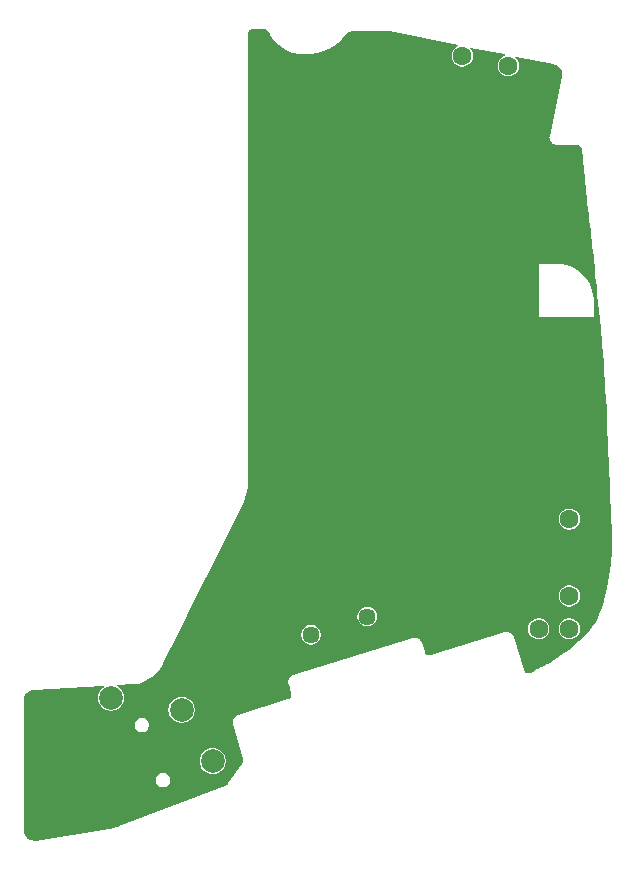
<source format=gbr>
%TF.GenerationSoftware,KiCad,Pcbnew,9.0.3*%
%TF.CreationDate,2025-07-19T19:29:57+01:00*%
%TF.ProjectId,GhostPAW,47686f73-7450-4415-972e-6b696361645f,rev?*%
%TF.SameCoordinates,Original*%
%TF.FileFunction,Copper,L2,Inr*%
%TF.FilePolarity,Positive*%
%FSLAX46Y46*%
G04 Gerber Fmt 4.6, Leading zero omitted, Abs format (unit mm)*
G04 Created by KiCad (PCBNEW 9.0.3) date 2025-07-19 19:29:57*
%MOMM*%
%LPD*%
G01*
G04 APERTURE LIST*
G04 Aperture macros list*
%AMRotRect*
0 Rectangle, with rotation*
0 The origin of the aperture is its center*
0 $1 length*
0 $2 width*
0 $3 Rotation angle, in degrees counterclockwise*
0 Add horizontal line*
21,1,$1,$2,0,0,$3*%
G04 Aperture macros list end*
%TA.AperFunction,ComponentPad*%
%ADD10C,1.600200*%
%TD*%
%TA.AperFunction,ComponentPad*%
%ADD11RotRect,2.010000X2.010000X111.000000*%
%TD*%
%TA.AperFunction,ComponentPad*%
%ADD12C,2.010000*%
%TD*%
%TA.AperFunction,ComponentPad*%
%ADD13C,1.447800*%
%TD*%
G04 APERTURE END LIST*
D10*
%TO.N,N/C*%
%TO.C,U6*%
X158732815Y-70276141D03*
X162633472Y-71105251D03*
%TD*%
%TO.N,RUMBLE+*%
%TO.C,M1*%
X165200000Y-118780000D03*
%TO.N,RUMBLE-*%
X167800000Y-118780000D03*
%TO.N,N/C*%
X167800000Y-116000000D03*
X167800000Y-109500001D03*
%TD*%
D11*
%TO.N,GND*%
%TO.C,H1*%
X128915322Y-133308780D03*
D12*
%TO.N,GC_AUX_DATA*%
X134965558Y-125630587D03*
%TO.N,+5V*%
X128999999Y-124600001D03*
%TO.N,+3V3*%
X137597620Y-129975958D03*
%TD*%
D13*
%TO.N,N/C*%
%TO.C,SW2*%
X145929085Y-119285476D03*
X150684367Y-117740391D03*
%TD*%
%TA.AperFunction,Conductor*%
%TO.N,GND*%
G36*
X141017707Y-67990506D02*
G01*
X141042034Y-67991685D01*
X141042930Y-67991223D01*
X141048747Y-67991388D01*
X142031203Y-68020283D01*
X142038442Y-68021026D01*
X142116475Y-68034847D01*
X142126700Y-68036658D01*
X142138354Y-68040231D01*
X142218099Y-68075814D01*
X142228544Y-68082103D01*
X142297302Y-68135924D01*
X142305914Y-68144552D01*
X142359606Y-68213415D01*
X142365874Y-68223871D01*
X142402768Y-68306975D01*
X142404900Y-68312696D01*
X142411704Y-68335039D01*
X142415186Y-68340624D01*
X142414666Y-68340948D01*
X142421833Y-68351705D01*
X142445764Y-68415996D01*
X142461928Y-68459422D01*
X142462677Y-68466613D01*
X142468839Y-68477989D01*
X142470062Y-68481275D01*
X142470063Y-68481277D01*
X142473355Y-68490120D01*
X142473356Y-68490121D01*
X142473950Y-68490760D01*
X142481299Y-68500995D01*
X142515124Y-68563444D01*
X142518949Y-68570505D01*
X142519629Y-68574285D01*
X142528416Y-68587982D01*
X142536164Y-68602285D01*
X142536166Y-68602288D01*
X142539308Y-68606074D01*
X142538935Y-68606383D01*
X142543484Y-68611467D01*
X142616397Y-68725112D01*
X142617878Y-68730244D01*
X142627107Y-68741807D01*
X142628498Y-68743975D01*
X142628507Y-68743988D01*
X142635104Y-68754270D01*
X142635106Y-68754271D01*
X142638520Y-68757815D01*
X142638500Y-68757834D01*
X142644035Y-68763016D01*
X142693435Y-68824907D01*
X142694262Y-68827321D01*
X142705838Y-68840449D01*
X142706603Y-68841407D01*
X142706612Y-68841417D01*
X142716787Y-68854165D01*
X142718442Y-68855561D01*
X142723704Y-68860708D01*
X142778959Y-68923368D01*
X142815201Y-68964466D01*
X142816471Y-68967522D01*
X142828352Y-68979379D01*
X142839457Y-68991972D01*
X142839458Y-68991972D01*
X142843243Y-68994860D01*
X142848232Y-68999219D01*
X142902687Y-69053564D01*
X142903290Y-69054907D01*
X142916778Y-69067628D01*
X142917279Y-69068128D01*
X142917280Y-69068129D01*
X142930510Y-69081332D01*
X142935621Y-69085399D01*
X143030749Y-69175114D01*
X143035315Y-69179420D01*
X143036129Y-69181073D01*
X143049812Y-69193092D01*
X143063063Y-69205589D01*
X143063072Y-69205597D01*
X143069492Y-69210379D01*
X143124949Y-69259091D01*
X143125332Y-69259839D01*
X143139962Y-69272279D01*
X143140239Y-69272522D01*
X143140248Y-69272530D01*
X143156156Y-69286503D01*
X143159297Y-69288718D01*
X143258000Y-69372646D01*
X143258615Y-69373777D01*
X143273205Y-69385575D01*
X143287480Y-69397713D01*
X143288428Y-69398519D01*
X143293192Y-69401737D01*
X143341517Y-69440814D01*
X143341519Y-69440816D01*
X143345760Y-69444245D01*
X143346182Y-69444993D01*
X143361242Y-69456767D01*
X143361555Y-69457020D01*
X143361608Y-69457062D01*
X143378001Y-69470317D01*
X143381297Y-69472445D01*
X143476309Y-69546723D01*
X143477280Y-69548306D01*
X143491997Y-69558988D01*
X143506344Y-69570204D01*
X143506347Y-69570205D01*
X143506367Y-69570215D01*
X143513223Y-69574394D01*
X143519926Y-69579259D01*
X143559329Y-69607859D01*
X143559330Y-69607859D01*
X143564144Y-69611353D01*
X143564958Y-69612599D01*
X143580273Y-69623060D01*
X143595297Y-69633965D01*
X143595298Y-69633965D01*
X143595922Y-69634418D01*
X143601653Y-69637664D01*
X143697433Y-69703089D01*
X143699295Y-69705596D01*
X143713869Y-69714316D01*
X143727874Y-69723883D01*
X143727880Y-69723884D01*
X143731620Y-69725479D01*
X143737691Y-69728570D01*
X143791377Y-69760694D01*
X143792795Y-69762440D01*
X143808450Y-69770910D01*
X143823753Y-69780067D01*
X143823755Y-69780068D01*
X143824896Y-69780475D01*
X143831887Y-69783590D01*
X143936901Y-69840410D01*
X143939746Y-69843393D01*
X143954363Y-69849857D01*
X143956118Y-69850807D01*
X143956120Y-69850808D01*
X143968439Y-69857474D01*
X143973143Y-69858927D01*
X143973026Y-69859303D01*
X143979755Y-69861089D01*
X144043746Y-69889393D01*
X144045633Y-69891183D01*
X144061953Y-69897446D01*
X144077935Y-69904515D01*
X144077936Y-69904515D01*
X144080201Y-69905022D01*
X144087203Y-69907135D01*
X144133622Y-69924950D01*
X144203730Y-69951856D01*
X144203731Y-69951856D01*
X144211053Y-69954666D01*
X144214351Y-69957319D01*
X144229597Y-69961782D01*
X144244430Y-69967475D01*
X144244434Y-69967474D01*
X144249285Y-69968308D01*
X144249224Y-69968663D01*
X144256187Y-69969566D01*
X144335807Y-69992878D01*
X144337764Y-69994308D01*
X144354922Y-69998474D01*
X144371854Y-70003432D01*
X144371854Y-70003431D01*
X144371855Y-70003432D01*
X144373594Y-70003586D01*
X144380971Y-70004800D01*
X144531321Y-70041312D01*
X144534480Y-70043289D01*
X144550641Y-70046004D01*
X144552383Y-70046427D01*
X144566554Y-70049869D01*
X144571475Y-70050075D01*
X144571452Y-70050600D01*
X144578211Y-70050635D01*
X144675854Y-70067040D01*
X144677655Y-70068070D01*
X144695510Y-70070343D01*
X144713241Y-70073322D01*
X144713245Y-70073320D01*
X144713904Y-70073302D01*
X144721713Y-70073678D01*
X144900999Y-70096503D01*
X144903873Y-70097919D01*
X144920737Y-70099016D01*
X144937488Y-70101149D01*
X144937494Y-70101147D01*
X144941842Y-70100844D01*
X144948580Y-70100828D01*
X144948826Y-70100844D01*
X145064086Y-70108345D01*
X145065746Y-70109092D01*
X145083979Y-70109640D01*
X145102170Y-70110824D01*
X145102170Y-70110823D01*
X145102233Y-70110828D01*
X145110146Y-70110426D01*
X145315601Y-70116603D01*
X145318314Y-70117646D01*
X145335502Y-70117202D01*
X145352666Y-70117718D01*
X145352676Y-70117714D01*
X145355943Y-70117166D01*
X145362927Y-70116493D01*
X145493562Y-70113119D01*
X145495182Y-70113681D01*
X145513501Y-70112604D01*
X145531821Y-70112131D01*
X145531822Y-70112130D01*
X145532106Y-70112123D01*
X145539524Y-70111074D01*
X145764681Y-70097840D01*
X145767414Y-70098624D01*
X145784552Y-70096672D01*
X145801758Y-70095661D01*
X145801760Y-70095659D01*
X145804776Y-70094874D01*
X145811739Y-70093575D01*
X145952083Y-70077594D01*
X145953768Y-70078017D01*
X145971878Y-70075339D01*
X145976252Y-70074841D01*
X145990303Y-70073242D01*
X145997709Y-70071520D01*
X146233856Y-70036613D01*
X146236774Y-70037171D01*
X146253541Y-70033703D01*
X146270472Y-70031201D01*
X146273826Y-70030003D01*
X146280515Y-70028125D01*
X146424394Y-69998373D01*
X146426230Y-69998657D01*
X146443888Y-69994342D01*
X146461727Y-69990654D01*
X146461731Y-69990651D01*
X146461759Y-69990640D01*
X146469380Y-69988114D01*
X146707091Y-69930038D01*
X146710300Y-69930331D01*
X146726406Y-69925319D01*
X146742800Y-69921314D01*
X146742803Y-69921311D01*
X146746831Y-69919435D01*
X146753086Y-69917016D01*
X146894490Y-69873017D01*
X146896523Y-69873123D01*
X146913509Y-69867099D01*
X146930723Y-69861743D01*
X146930728Y-69861738D01*
X146931205Y-69861480D01*
X146938378Y-69858279D01*
X147168967Y-69776508D01*
X147172521Y-69776450D01*
X147187699Y-69769866D01*
X147203300Y-69764334D01*
X147203301Y-69764332D01*
X147207532Y-69761812D01*
X147207831Y-69762314D01*
X147213444Y-69758697D01*
X147347683Y-69700472D01*
X147349937Y-69700337D01*
X147365953Y-69692547D01*
X147382294Y-69685460D01*
X147382295Y-69685458D01*
X147382297Y-69685458D01*
X147383311Y-69684756D01*
X147389912Y-69680895D01*
X147399270Y-69676344D01*
X147606075Y-69575770D01*
X147609995Y-69575233D01*
X147623944Y-69567080D01*
X147638474Y-69560014D01*
X147638477Y-69560010D01*
X147642402Y-69557034D01*
X147642673Y-69557392D01*
X147647983Y-69553029D01*
X147771450Y-69480868D01*
X147773922Y-69480407D01*
X147788634Y-69470824D01*
X147803797Y-69461963D01*
X147803801Y-69461957D01*
X147805330Y-69460603D01*
X147811214Y-69456119D01*
X148000739Y-69332683D01*
X148007242Y-69328448D01*
X148011481Y-69327278D01*
X148023883Y-69317610D01*
X148037061Y-69309028D01*
X148037063Y-69309024D01*
X148040585Y-69305585D01*
X148040801Y-69305806D01*
X148045664Y-69300630D01*
X148155483Y-69215029D01*
X148158117Y-69214148D01*
X148171175Y-69202796D01*
X148184827Y-69192156D01*
X148184830Y-69192150D01*
X148186726Y-69189956D01*
X148191763Y-69184900D01*
X148363516Y-69035610D01*
X148367904Y-69033675D01*
X148378495Y-69022590D01*
X148390072Y-69012528D01*
X148390075Y-69012520D01*
X148393087Y-69008633D01*
X148393234Y-69008747D01*
X148397436Y-69002766D01*
X148491701Y-68904114D01*
X148494352Y-68902759D01*
X148505443Y-68889732D01*
X148517266Y-68877360D01*
X148517266Y-68877358D01*
X148517268Y-68877357D01*
X148519191Y-68874332D01*
X148523321Y-68868735D01*
X148530156Y-68860708D01*
X148972995Y-68340626D01*
X148983345Y-68331430D01*
X149075194Y-68270276D01*
X149082954Y-68266049D01*
X149191602Y-68218791D01*
X149199980Y-68215999D01*
X149315260Y-68188623D01*
X149323997Y-68187351D01*
X149444769Y-68180578D01*
X149447563Y-68180501D01*
X149448387Y-68180500D01*
X149473644Y-68181323D01*
X149475182Y-68180500D01*
X149482928Y-68180500D01*
X152356785Y-68180500D01*
X152365461Y-68182417D01*
X152365644Y-68181368D01*
X152372126Y-68182498D01*
X152372128Y-68182499D01*
X152372129Y-68182498D01*
X152372130Y-68182499D01*
X152385282Y-68181323D01*
X152392264Y-68180698D01*
X152394582Y-68180545D01*
X152395636Y-68180500D01*
X152409991Y-68180500D01*
X152411638Y-68179817D01*
X152417755Y-68179556D01*
X152417863Y-68179595D01*
X152418423Y-68179532D01*
X152457885Y-68178378D01*
X152463851Y-68178561D01*
X152519592Y-68183627D01*
X152525492Y-68184523D01*
X152564001Y-68192751D01*
X152564509Y-68192863D01*
X152569847Y-68194064D01*
X152570688Y-68194628D01*
X152585525Y-68197594D01*
X152586072Y-68197718D01*
X152586137Y-68197764D01*
X152588428Y-68198310D01*
X152609099Y-68204041D01*
X152609102Y-68204040D01*
X152613401Y-68204077D01*
X152622778Y-68205045D01*
X158363293Y-69353148D01*
X158395090Y-69374442D01*
X158402516Y-69411983D01*
X158381222Y-69443780D01*
X158372622Y-69448371D01*
X158305275Y-69476267D01*
X158157441Y-69575045D01*
X158031719Y-69700767D01*
X157932941Y-69848601D01*
X157932940Y-69848603D01*
X157864901Y-70012862D01*
X157864901Y-70012864D01*
X157830215Y-70187239D01*
X157830215Y-70365042D01*
X157864901Y-70539417D01*
X157864901Y-70539419D01*
X157932940Y-70703678D01*
X157932941Y-70703680D01*
X158025343Y-70841972D01*
X158031720Y-70851515D01*
X158157441Y-70977236D01*
X158305274Y-71076014D01*
X158469536Y-71144054D01*
X158643917Y-71178741D01*
X158643923Y-71178741D01*
X158821707Y-71178741D01*
X158821713Y-71178741D01*
X158996094Y-71144054D01*
X159160356Y-71076014D01*
X159308189Y-70977236D01*
X159433910Y-70851515D01*
X159532688Y-70703682D01*
X159600728Y-70539420D01*
X159635415Y-70365039D01*
X159635415Y-70187243D01*
X159600728Y-70012862D01*
X159532688Y-69848600D01*
X159433910Y-69700767D01*
X159383811Y-69650668D01*
X159369166Y-69615313D01*
X159383811Y-69579958D01*
X159419166Y-69565313D01*
X159428971Y-69566283D01*
X162343692Y-70149228D01*
X162375488Y-70170522D01*
X162382914Y-70208063D01*
X162361620Y-70239860D01*
X162353019Y-70244451D01*
X162205934Y-70305376D01*
X162205932Y-70305377D01*
X162058098Y-70404155D01*
X161932376Y-70529877D01*
X161833598Y-70677711D01*
X161833597Y-70677713D01*
X161765558Y-70841972D01*
X161765558Y-70841974D01*
X161730872Y-71016349D01*
X161730872Y-71194152D01*
X161765558Y-71368527D01*
X161765558Y-71368529D01*
X161827489Y-71518041D01*
X161833599Y-71532792D01*
X161932377Y-71680625D01*
X162058098Y-71806346D01*
X162205931Y-71905124D01*
X162370193Y-71973164D01*
X162544574Y-72007851D01*
X162544580Y-72007851D01*
X162722364Y-72007851D01*
X162722370Y-72007851D01*
X162896751Y-71973164D01*
X163061013Y-71905124D01*
X163208846Y-71806346D01*
X163334567Y-71680625D01*
X163433345Y-71532792D01*
X163501385Y-71368530D01*
X163536072Y-71194149D01*
X163536072Y-71016353D01*
X163501385Y-70841972D01*
X163433345Y-70677710D01*
X163334567Y-70529877D01*
X163223244Y-70418554D01*
X163208599Y-70383199D01*
X163223244Y-70347844D01*
X163258599Y-70333199D01*
X163268398Y-70334169D01*
X166458133Y-70972116D01*
X166464168Y-70973325D01*
X166464380Y-70973510D01*
X166488641Y-70978229D01*
X166488674Y-70978251D01*
X166493175Y-70979360D01*
X166616513Y-71016358D01*
X166655217Y-71027968D01*
X166664386Y-71031745D01*
X166811429Y-71110192D01*
X166819673Y-71115705D01*
X166948341Y-71221630D01*
X166955334Y-71228661D01*
X167060566Y-71357897D01*
X167066034Y-71366170D01*
X167143690Y-71513632D01*
X167147418Y-71522822D01*
X167194442Y-71682708D01*
X167196283Y-71692453D01*
X167210827Y-71858475D01*
X167210709Y-71868390D01*
X167191842Y-72037242D01*
X167191070Y-72042029D01*
X167190977Y-72042467D01*
X167186091Y-72065323D01*
X167186124Y-72065427D01*
X167184752Y-72071923D01*
X167184750Y-72071924D01*
X167184750Y-72071934D01*
X166138586Y-77016536D01*
X166138459Y-77016898D01*
X166134428Y-77036095D01*
X166134411Y-77036180D01*
X166117677Y-77115171D01*
X166119552Y-77249731D01*
X166119553Y-77249740D01*
X166150871Y-77380618D01*
X166210115Y-77501464D01*
X166294392Y-77606376D01*
X166294394Y-77606378D01*
X166294397Y-77606381D01*
X166399625Y-77690280D01*
X166399626Y-77690280D01*
X166399627Y-77690281D01*
X166520678Y-77749078D01*
X166520684Y-77749080D01*
X166614458Y-77771157D01*
X166651679Y-77779920D01*
X166699595Y-77780328D01*
X166700009Y-77780500D01*
X166719437Y-77780500D01*
X166719552Y-77780500D01*
X166719748Y-77780503D01*
X166750728Y-77780821D01*
X166753269Y-77780500D01*
X168416646Y-77780500D01*
X168423364Y-77780502D01*
X168423611Y-77780643D01*
X168447843Y-77780513D01*
X168447888Y-77780532D01*
X168453486Y-77780836D01*
X168539662Y-77790693D01*
X168551225Y-77793439D01*
X168624167Y-77820266D01*
X168629794Y-77822336D01*
X168640393Y-77827743D01*
X168709900Y-77874379D01*
X168718921Y-77882136D01*
X168775444Y-77943876D01*
X168782378Y-77953547D01*
X168822710Y-78026894D01*
X168827162Y-78037927D01*
X168844583Y-78102315D01*
X168846037Y-78110077D01*
X169039011Y-79921283D01*
X169039013Y-79921362D01*
X169039496Y-79925881D01*
X169041848Y-79947908D01*
X169043735Y-79965611D01*
X169043739Y-79965619D01*
X169044215Y-79970076D01*
X169044216Y-79970078D01*
X169115464Y-80637094D01*
X169115466Y-80637211D01*
X169115928Y-80641517D01*
X169118097Y-80661742D01*
X169120179Y-80681226D01*
X169120188Y-80681243D01*
X169120720Y-80686198D01*
X169120721Y-80686200D01*
X169229103Y-81696446D01*
X169229105Y-81696529D01*
X169231867Y-81722213D01*
X169232155Y-81724895D01*
X169233839Y-81740584D01*
X169233843Y-81740592D01*
X169234370Y-81745489D01*
X169234371Y-81745491D01*
X169304380Y-82396326D01*
X169304382Y-82396440D01*
X169306925Y-82419983D01*
X169306927Y-82420003D01*
X169309659Y-82445395D01*
X169309683Y-82445511D01*
X169415968Y-83429273D01*
X169415967Y-83429273D01*
X169416418Y-83433453D01*
X169416417Y-83433462D01*
X169418010Y-83448169D01*
X169418336Y-83451185D01*
X169418379Y-83451581D01*
X169418379Y-83451593D01*
X169418381Y-83451593D01*
X169421190Y-83477587D01*
X169421201Y-83477641D01*
X169490145Y-84114176D01*
X169490140Y-84114196D01*
X169492310Y-84134156D01*
X169492312Y-84134178D01*
X169494952Y-84158557D01*
X169494972Y-84158658D01*
X169598346Y-85109559D01*
X169598855Y-85114239D01*
X169598852Y-85114250D01*
X169600919Y-85133238D01*
X169601149Y-85135347D01*
X169601197Y-85135782D01*
X169601198Y-85135794D01*
X169603652Y-85158372D01*
X169603661Y-85158420D01*
X169670030Y-85767845D01*
X169670475Y-85771930D01*
X169670473Y-85771939D01*
X169672433Y-85789906D01*
X169672432Y-85789907D01*
X169672433Y-85789907D01*
X169675281Y-85816063D01*
X169675290Y-85816105D01*
X169756852Y-86563839D01*
X169756855Y-86563855D01*
X169775485Y-86734616D01*
X169775485Y-86734617D01*
X169846345Y-87384207D01*
X169846345Y-87384221D01*
X169846347Y-87384221D01*
X169947199Y-88311082D01*
X169947200Y-88311101D01*
X169947201Y-88311101D01*
X170012676Y-88914864D01*
X170012668Y-88914889D01*
X170012681Y-88914916D01*
X170107696Y-89799808D01*
X170107701Y-89799855D01*
X170169593Y-90381473D01*
X170169605Y-90381587D01*
X170258678Y-91237189D01*
X170258682Y-91237280D01*
X170258688Y-91237280D01*
X170316398Y-91801528D01*
X170316417Y-91801721D01*
X170398996Y-92641260D01*
X170399009Y-92641399D01*
X170452433Y-93200619D01*
X170452458Y-93200890D01*
X170515723Y-93903441D01*
X170526952Y-94028138D01*
X170528522Y-94045567D01*
X170528538Y-94045746D01*
X170577619Y-94613739D01*
X170577646Y-94614060D01*
X170647300Y-95485391D01*
X170647315Y-95485589D01*
X170692165Y-96076165D01*
X170692189Y-96076493D01*
X170753415Y-96959681D01*
X170755744Y-96993279D01*
X170773516Y-97264720D01*
X170796625Y-97617659D01*
X170796644Y-97617958D01*
X170854512Y-98591176D01*
X170854521Y-98591341D01*
X170891765Y-99254693D01*
X170891771Y-99254939D01*
X170891779Y-99254939D01*
X170944559Y-100285334D01*
X170944565Y-100285462D01*
X170978577Y-100984595D01*
X170978585Y-100984773D01*
X171026874Y-102055935D01*
X171026875Y-102056022D01*
X171026878Y-102056022D01*
X171058088Y-102775735D01*
X171058092Y-102775839D01*
X171102601Y-103853953D01*
X171102601Y-103853994D01*
X171102603Y-103853994D01*
X171131377Y-104564974D01*
X171131378Y-104565003D01*
X171152934Y-105105429D01*
X171152934Y-105105439D01*
X171171852Y-105579803D01*
X171171932Y-105581809D01*
X171172442Y-105594581D01*
X171172442Y-105594584D01*
X171173697Y-105626053D01*
X171173700Y-105626073D01*
X171198662Y-106250836D01*
X171198647Y-106250879D01*
X171199462Y-106270862D01*
X171200443Y-106295396D01*
X171200471Y-106295604D01*
X171236743Y-107184213D01*
X171236743Y-107184214D01*
X171236939Y-107189030D01*
X171236923Y-107189077D01*
X171237718Y-107208138D01*
X171237741Y-107208694D01*
X171237778Y-107209569D01*
X171237777Y-107209570D01*
X171237778Y-107209608D01*
X171237779Y-107209609D01*
X171238754Y-107233473D01*
X171238785Y-107233699D01*
X171247017Y-107430844D01*
X171261683Y-107782050D01*
X171261643Y-107782163D01*
X171262505Y-107801763D01*
X171262511Y-107801894D01*
X171262523Y-107802161D01*
X171262522Y-107802162D01*
X171262526Y-107802269D01*
X171262527Y-107802270D01*
X171263534Y-107826384D01*
X171263614Y-107826950D01*
X171296439Y-108572432D01*
X171296438Y-108572432D01*
X171296654Y-108577342D01*
X171296625Y-108577425D01*
X171297516Y-108596887D01*
X171297518Y-108596922D01*
X171297540Y-108597402D01*
X171297544Y-108597490D01*
X171298615Y-108621833D01*
X171298677Y-108622259D01*
X171318778Y-109061343D01*
X171319006Y-109066310D01*
X171318949Y-109066471D01*
X171319913Y-109086114D01*
X171319911Y-109086117D01*
X171319913Y-109086117D01*
X171321026Y-109110420D01*
X171321145Y-109111235D01*
X171349373Y-109686411D01*
X171349616Y-109691366D01*
X171349582Y-109691463D01*
X171350609Y-109711591D01*
X171351794Y-109735719D01*
X171351865Y-109736201D01*
X171368387Y-110059739D01*
X171368637Y-110064643D01*
X171368604Y-110064740D01*
X171369624Y-110083992D01*
X171369645Y-110084389D01*
X171369646Y-110084392D01*
X171369651Y-110084487D01*
X171370905Y-110109023D01*
X171370979Y-110109515D01*
X171380917Y-110296774D01*
X171380917Y-110296777D01*
X171393969Y-110542997D01*
X171393969Y-110543032D01*
X171393971Y-110543032D01*
X171407958Y-110810297D01*
X171407979Y-110810735D01*
X171422485Y-111143934D01*
X171422507Y-111144517D01*
X171428977Y-111347571D01*
X171429002Y-111349102D01*
X171429358Y-111643256D01*
X171429348Y-111644334D01*
X171425240Y-111846324D01*
X171425178Y-111847996D01*
X171406245Y-112199507D01*
X171406193Y-112200331D01*
X171387865Y-112460530D01*
X171387772Y-112461667D01*
X171344053Y-112929726D01*
X171343994Y-112930327D01*
X171307874Y-113272386D01*
X171307757Y-113273393D01*
X171234337Y-113855392D01*
X171234251Y-113856040D01*
X171177289Y-114264473D01*
X171177096Y-114265738D01*
X171069660Y-114914321D01*
X171069503Y-114915219D01*
X170989006Y-115351636D01*
X170988628Y-115353489D01*
X170843383Y-116002350D01*
X170843058Y-116003710D01*
X170736879Y-116422711D01*
X170736083Y-116425509D01*
X170549935Y-117013976D01*
X170549252Y-117015985D01*
X170414842Y-117385556D01*
X170413994Y-117387729D01*
X170413817Y-117388153D01*
X170413072Y-117389848D01*
X170184605Y-117884747D01*
X170183371Y-117887236D01*
X170020984Y-118193098D01*
X170018490Y-118197289D01*
X169743431Y-118611998D01*
X169741773Y-118614348D01*
X169548734Y-118871909D01*
X169546027Y-118875216D01*
X169224936Y-119234965D01*
X169223475Y-119236533D01*
X168999707Y-119466594D01*
X168997755Y-119468495D01*
X168636099Y-119801885D01*
X168635199Y-119802694D01*
X168386958Y-120020661D01*
X168385803Y-120021645D01*
X167999625Y-120340502D01*
X167999039Y-120340978D01*
X167740147Y-120548252D01*
X167739204Y-120548989D01*
X167352356Y-120843786D01*
X167351741Y-120844247D01*
X167098745Y-121030967D01*
X167097531Y-121031835D01*
X166732152Y-121285009D01*
X166731278Y-121285601D01*
X166496924Y-121440766D01*
X166495244Y-121441831D01*
X166161639Y-121644095D01*
X166160567Y-121644727D01*
X166009151Y-121731451D01*
X165946314Y-121767442D01*
X165944808Y-121768271D01*
X165632015Y-121933289D01*
X165631433Y-121933591D01*
X165423532Y-122039814D01*
X165423372Y-122039896D01*
X165125730Y-122190621D01*
X165125729Y-122190620D01*
X165121166Y-122192930D01*
X165120797Y-122192962D01*
X165103626Y-122201813D01*
X165103341Y-122201958D01*
X165103275Y-122201993D01*
X165082547Y-122212491D01*
X165081048Y-122213453D01*
X164906013Y-122303689D01*
X164906014Y-122303690D01*
X164900991Y-122306279D01*
X164899855Y-122306400D01*
X164883304Y-122315397D01*
X164882810Y-122315653D01*
X164882775Y-122315672D01*
X164865077Y-122324796D01*
X164860769Y-122327650D01*
X164574602Y-122483242D01*
X164570544Y-122485216D01*
X164560904Y-122489379D01*
X164553694Y-122489335D01*
X164530671Y-122502437D01*
X164528143Y-122503530D01*
X164528032Y-122503531D01*
X164527349Y-122503865D01*
X164443207Y-122538500D01*
X164430989Y-122541798D01*
X164344011Y-122553763D01*
X164331356Y-122553887D01*
X164244162Y-122543630D01*
X164231880Y-122540572D01*
X164226552Y-122538500D01*
X164176926Y-122519200D01*
X164150059Y-122508751D01*
X164138939Y-122502708D01*
X164067723Y-122451358D01*
X164058477Y-122442716D01*
X164039221Y-122419494D01*
X164002440Y-122375136D01*
X163995660Y-122364451D01*
X163957173Y-122282377D01*
X163954621Y-122275741D01*
X163103393Y-119484501D01*
X163103775Y-119482514D01*
X163095582Y-119458889D01*
X163095308Y-119457989D01*
X163095308Y-119457988D01*
X163090299Y-119441565D01*
X163090298Y-119441564D01*
X163090298Y-119441562D01*
X163090296Y-119441560D01*
X163090272Y-119441514D01*
X163087081Y-119434235D01*
X163073047Y-119393692D01*
X163003017Y-119279311D01*
X163003015Y-119279309D01*
X163003012Y-119279304D01*
X162910147Y-119182564D01*
X162910141Y-119182559D01*
X162905206Y-119179253D01*
X162798717Y-119107911D01*
X162798718Y-119107911D01*
X162798716Y-119107910D01*
X162798714Y-119107909D01*
X162673902Y-119058825D01*
X162673903Y-119058825D01*
X162541482Y-119037575D01*
X162407581Y-119045143D01*
X162366511Y-119056623D01*
X162366509Y-119056624D01*
X162360913Y-119058187D01*
X162359585Y-119058062D01*
X162341726Y-119063550D01*
X162341113Y-119063720D01*
X162341111Y-119063720D01*
X162341090Y-119063727D01*
X162314660Y-119071099D01*
X162308937Y-119073626D01*
X156091969Y-120984255D01*
X156091922Y-120984269D01*
X156084660Y-120986492D01*
X156083098Y-120986184D01*
X156060116Y-120994009D01*
X156059369Y-120994238D01*
X156059138Y-120994215D01*
X156054267Y-120995512D01*
X155962752Y-121013298D01*
X155949193Y-121014054D01*
X155859712Y-121006837D01*
X155846450Y-121003917D01*
X155762214Y-120972890D01*
X155750227Y-120966510D01*
X155677438Y-120913954D01*
X155667612Y-120904585D01*
X155611654Y-120834385D01*
X155604713Y-120822722D01*
X155568286Y-120736696D01*
X155566070Y-120730274D01*
X155559931Y-120707592D01*
X155555702Y-120698071D01*
X155326732Y-119982537D01*
X155326289Y-119981075D01*
X155308006Y-119917204D01*
X155308004Y-119917200D01*
X155308004Y-119917199D01*
X155242480Y-119798401D01*
X155151994Y-119697314D01*
X155131146Y-119682599D01*
X155041151Y-119619081D01*
X155041147Y-119619079D01*
X154915598Y-119567687D01*
X154915597Y-119567686D01*
X154915595Y-119567686D01*
X154781712Y-119545741D01*
X154781709Y-119545741D01*
X154781708Y-119545741D01*
X154646317Y-119554365D01*
X154646313Y-119554366D01*
X154605041Y-119566629D01*
X154605042Y-119566630D01*
X154600035Y-119568117D01*
X154599516Y-119568069D01*
X154580919Y-119573798D01*
X154580644Y-119573879D01*
X154580643Y-119573879D01*
X154550697Y-119582807D01*
X154548616Y-119583748D01*
X144422666Y-122703259D01*
X144421720Y-122703540D01*
X144356180Y-122722323D01*
X144356171Y-122722327D01*
X144236322Y-122789515D01*
X144135026Y-122882359D01*
X144057672Y-122995921D01*
X144008366Y-123124174D01*
X143989725Y-123260311D01*
X143996315Y-123329567D01*
X144002740Y-123397098D01*
X144011633Y-123423345D01*
X144023932Y-123459641D01*
X144024485Y-123461377D01*
X144244253Y-124197123D01*
X144244269Y-124197177D01*
X144246370Y-124204240D01*
X144246101Y-124205513D01*
X144253603Y-124228556D01*
X144253788Y-124229176D01*
X144253767Y-124229373D01*
X144255039Y-124234385D01*
X144272241Y-124327887D01*
X144272890Y-124341121D01*
X144265211Y-124432500D01*
X144262363Y-124445439D01*
X144230950Y-124531603D01*
X144224802Y-124543340D01*
X144171865Y-124618222D01*
X144162851Y-124627932D01*
X144092103Y-124686283D01*
X144080854Y-124693285D01*
X143994406Y-124732294D01*
X143988195Y-124734614D01*
X143976520Y-124738111D01*
X143960291Y-124742972D01*
X143958621Y-124743728D01*
X139737030Y-126041917D01*
X139736651Y-126042032D01*
X139668380Y-126062434D01*
X139668380Y-126062435D01*
X139553612Y-126126356D01*
X139553611Y-126126357D01*
X139455464Y-126213666D01*
X139455459Y-126213671D01*
X139378614Y-126320199D01*
X139378609Y-126320208D01*
X139326721Y-126440886D01*
X139326717Y-126440898D01*
X139302270Y-126569954D01*
X139302269Y-126569965D01*
X139306424Y-126701258D01*
X139306425Y-126701264D01*
X139313788Y-126730169D01*
X139317783Y-126745854D01*
X139317724Y-126746292D01*
X139322707Y-126765193D01*
X139322741Y-126765327D01*
X139322752Y-126765368D01*
X139330630Y-126796149D01*
X139331313Y-126797836D01*
X140134320Y-129843383D01*
X140134324Y-129843400D01*
X140136020Y-129849843D01*
X140135955Y-129850093D01*
X140142257Y-129873531D01*
X140142315Y-129873749D01*
X140142309Y-129873788D01*
X140143362Y-129878754D01*
X140155718Y-129957758D01*
X140156229Y-129968482D01*
X140151597Y-130045602D01*
X140149807Y-130056186D01*
X140128822Y-130130535D01*
X140124813Y-130140494D01*
X140087002Y-130211345D01*
X140084556Y-130215445D01*
X140084349Y-130215756D01*
X140070772Y-130235697D01*
X140070727Y-130236289D01*
X140066919Y-130242030D01*
X140066661Y-130242203D01*
X140066239Y-130243029D01*
X138930498Y-131868314D01*
X138926761Y-131873030D01*
X138866534Y-131940285D01*
X138859286Y-131946929D01*
X138788448Y-132000057D01*
X138780040Y-132005154D01*
X138697945Y-132044460D01*
X138694258Y-132046047D01*
X138693794Y-132046224D01*
X138670408Y-132054711D01*
X138669806Y-132055424D01*
X138663163Y-132057973D01*
X138663156Y-132057972D01*
X138663135Y-132057984D01*
X129634750Y-135514395D01*
X129624501Y-135517115D01*
X129624144Y-135517170D01*
X129602889Y-135526528D01*
X129600903Y-135527352D01*
X129600647Y-135527451D01*
X129585398Y-135533290D01*
X129585205Y-135533471D01*
X129580526Y-135535296D01*
X129580471Y-135535294D01*
X129580271Y-135535395D01*
X129516950Y-135559682D01*
X129512340Y-135561198D01*
X129429461Y-135584060D01*
X129424725Y-135585122D01*
X129347917Y-135598469D01*
X129347541Y-135598533D01*
X129336566Y-135600354D01*
X129334545Y-135600647D01*
X129327788Y-135601486D01*
X129310894Y-135603584D01*
X129310893Y-135603584D01*
X129310237Y-135603666D01*
X129301132Y-135606232D01*
X122646916Y-136710296D01*
X122641767Y-136710878D01*
X122477553Y-136720863D01*
X122468045Y-136720534D01*
X122307052Y-136699514D01*
X122297779Y-136697391D01*
X122143679Y-136646260D01*
X122134976Y-136642418D01*
X121993348Y-136563024D01*
X121985530Y-136557605D01*
X121861502Y-136452825D01*
X121854852Y-136446022D01*
X121752915Y-136319649D01*
X121747674Y-136311710D01*
X121671515Y-136168313D01*
X121667878Y-136159540D01*
X121620251Y-136004299D01*
X121618342Y-135994997D01*
X121600787Y-135831746D01*
X121600500Y-135826400D01*
X121600500Y-131509555D01*
X132796008Y-131509555D01*
X132796008Y-131667672D01*
X132836931Y-131820399D01*
X132915985Y-131957327D01*
X132915991Y-131957334D01*
X133027787Y-132069130D01*
X133027794Y-132069136D01*
X133164722Y-132148190D01*
X133164724Y-132148191D01*
X133317451Y-132189114D01*
X133317455Y-132189114D01*
X133475561Y-132189114D01*
X133475565Y-132189114D01*
X133628292Y-132148191D01*
X133765224Y-132069134D01*
X133877028Y-131957330D01*
X133956085Y-131820398D01*
X133997008Y-131667671D01*
X133997008Y-131509557D01*
X133956085Y-131356830D01*
X133956084Y-131356828D01*
X133877030Y-131219900D01*
X133877024Y-131219893D01*
X133765228Y-131108097D01*
X133765221Y-131108091D01*
X133628293Y-131029037D01*
X133475566Y-130988114D01*
X133475565Y-130988114D01*
X133317451Y-130988114D01*
X133317449Y-130988114D01*
X133164722Y-131029037D01*
X133027794Y-131108091D01*
X133027787Y-131108097D01*
X132915991Y-131219893D01*
X132915985Y-131219900D01*
X132836931Y-131356828D01*
X132796008Y-131509555D01*
X121600500Y-131509555D01*
X121600500Y-129888792D01*
X136490120Y-129888792D01*
X136490120Y-130063123D01*
X136517388Y-130235291D01*
X136517389Y-130235296D01*
X136517390Y-130235298D01*
X136519634Y-130242203D01*
X136571258Y-130401090D01*
X136650402Y-130556417D01*
X136650404Y-130556420D01*
X136752861Y-130697440D01*
X136752864Y-130697443D01*
X136752866Y-130697446D01*
X136876132Y-130820712D01*
X136876134Y-130820713D01*
X136876137Y-130820716D01*
X137017157Y-130923173D01*
X137017163Y-130923177D01*
X137172487Y-131002319D01*
X137338280Y-131056188D01*
X137510454Y-131083457D01*
X137510455Y-131083458D01*
X137510458Y-131083458D01*
X137684785Y-131083458D01*
X137684785Y-131083457D01*
X137856960Y-131056188D01*
X138022753Y-131002319D01*
X138178077Y-130923177D01*
X138319108Y-130820712D01*
X138442374Y-130697446D01*
X138544839Y-130556415D01*
X138623981Y-130401091D01*
X138677850Y-130235298D01*
X138705120Y-130063120D01*
X138705120Y-129888796D01*
X138705120Y-129888792D01*
X138677851Y-129716624D01*
X138677850Y-129716623D01*
X138677850Y-129716618D01*
X138623981Y-129550825D01*
X138544839Y-129395501D01*
X138442374Y-129254470D01*
X138319108Y-129131204D01*
X138319105Y-129131202D01*
X138319102Y-129131199D01*
X138178082Y-129028742D01*
X138178079Y-129028740D01*
X138022752Y-128949596D01*
X137910828Y-128913230D01*
X137856960Y-128895728D01*
X137856958Y-128895727D01*
X137856953Y-128895726D01*
X137684786Y-128868458D01*
X137684782Y-128868458D01*
X137510458Y-128868458D01*
X137510454Y-128868458D01*
X137338286Y-128895726D01*
X137338280Y-128895728D01*
X137172487Y-128949596D01*
X137017160Y-129028740D01*
X137017157Y-129028742D01*
X136876137Y-129131199D01*
X136876128Y-129131207D01*
X136752869Y-129254466D01*
X136752861Y-129254475D01*
X136650404Y-129395495D01*
X136650402Y-129395498D01*
X136571258Y-129550825D01*
X136517390Y-129716618D01*
X136517388Y-129716624D01*
X136490120Y-129888792D01*
X121600500Y-129888792D01*
X121600500Y-126841653D01*
X131004168Y-126841653D01*
X131004168Y-126999770D01*
X131045091Y-127152497D01*
X131124145Y-127289425D01*
X131124151Y-127289432D01*
X131235947Y-127401228D01*
X131235954Y-127401234D01*
X131372882Y-127480288D01*
X131372884Y-127480289D01*
X131525611Y-127521212D01*
X131525615Y-127521212D01*
X131683721Y-127521212D01*
X131683725Y-127521212D01*
X131836452Y-127480289D01*
X131973384Y-127401232D01*
X132085188Y-127289428D01*
X132164245Y-127152496D01*
X132205168Y-126999769D01*
X132205168Y-126841655D01*
X132164245Y-126688928D01*
X132145782Y-126656948D01*
X132085190Y-126551998D01*
X132085184Y-126551991D01*
X131973388Y-126440195D01*
X131973381Y-126440189D01*
X131836453Y-126361135D01*
X131683726Y-126320212D01*
X131683725Y-126320212D01*
X131525611Y-126320212D01*
X131525609Y-126320212D01*
X131372882Y-126361135D01*
X131235954Y-126440189D01*
X131235947Y-126440195D01*
X131124151Y-126551991D01*
X131124145Y-126551998D01*
X131045091Y-126688926D01*
X131004168Y-126841653D01*
X121600500Y-126841653D01*
X121600500Y-124824444D01*
X121600809Y-124818892D01*
X121610311Y-124733858D01*
X121618793Y-124657948D01*
X121620684Y-124648835D01*
X121667719Y-124495702D01*
X121671273Y-124487090D01*
X121745910Y-124345360D01*
X121751003Y-124337553D01*
X121850658Y-124212134D01*
X121857111Y-124205411D01*
X121858486Y-124204223D01*
X121978306Y-124100678D01*
X121985891Y-124095271D01*
X122124438Y-124014848D01*
X122132886Y-124010947D01*
X122283957Y-123957639D01*
X122292982Y-123955375D01*
X122453601Y-123930687D01*
X122458401Y-123930187D01*
X128328998Y-123604829D01*
X128365108Y-123617494D01*
X128381686Y-123651985D01*
X128369021Y-123688097D01*
X128361153Y-123695202D01*
X128278519Y-123755240D01*
X128278507Y-123755250D01*
X128155248Y-123878509D01*
X128155240Y-123878518D01*
X128052783Y-124019538D01*
X128052781Y-124019541D01*
X127973637Y-124174868D01*
X127919769Y-124340661D01*
X127919767Y-124340667D01*
X127892499Y-124512835D01*
X127892499Y-124687166D01*
X127919767Y-124859334D01*
X127919769Y-124859340D01*
X127973637Y-125025133D01*
X128052781Y-125180460D01*
X128052783Y-125180463D01*
X128155240Y-125321483D01*
X128155243Y-125321486D01*
X128155245Y-125321489D01*
X128278511Y-125444755D01*
X128278513Y-125444756D01*
X128278516Y-125444759D01*
X128419536Y-125547216D01*
X128419542Y-125547220D01*
X128574866Y-125626362D01*
X128740659Y-125680231D01*
X128912833Y-125707500D01*
X128912834Y-125707501D01*
X128912837Y-125707501D01*
X129087164Y-125707501D01*
X129087164Y-125707500D01*
X129259339Y-125680231D01*
X129425132Y-125626362D01*
X129580456Y-125547220D01*
X129585685Y-125543421D01*
X133858058Y-125543421D01*
X133858058Y-125717752D01*
X133885326Y-125889920D01*
X133885328Y-125889926D01*
X133939196Y-126055719D01*
X134018340Y-126211046D01*
X134018342Y-126211049D01*
X134120799Y-126352069D01*
X134120802Y-126352072D01*
X134120804Y-126352075D01*
X134244070Y-126475341D01*
X134244072Y-126475342D01*
X134244075Y-126475345D01*
X134385095Y-126577802D01*
X134385101Y-126577806D01*
X134540425Y-126656948D01*
X134706218Y-126710817D01*
X134878392Y-126738086D01*
X134878393Y-126738087D01*
X134878396Y-126738087D01*
X135052723Y-126738087D01*
X135052723Y-126738086D01*
X135224898Y-126710817D01*
X135390691Y-126656948D01*
X135546015Y-126577806D01*
X135687046Y-126475341D01*
X135810312Y-126352075D01*
X135912777Y-126211044D01*
X135991919Y-126055720D01*
X136045788Y-125889927D01*
X136073058Y-125717749D01*
X136073058Y-125543425D01*
X136073058Y-125543421D01*
X136045789Y-125371253D01*
X136045788Y-125371252D01*
X136045788Y-125371247D01*
X135991919Y-125205454D01*
X135912777Y-125050130D01*
X135912773Y-125050124D01*
X135810316Y-124909104D01*
X135810308Y-124909095D01*
X135687049Y-124785836D01*
X135687040Y-124785828D01*
X135546020Y-124683371D01*
X135546017Y-124683369D01*
X135390690Y-124604225D01*
X135278766Y-124567859D01*
X135224898Y-124550357D01*
X135224896Y-124550356D01*
X135224891Y-124550355D01*
X135052724Y-124523087D01*
X135052720Y-124523087D01*
X134878396Y-124523087D01*
X134878392Y-124523087D01*
X134706224Y-124550355D01*
X134706218Y-124550357D01*
X134540425Y-124604225D01*
X134385098Y-124683369D01*
X134385095Y-124683371D01*
X134244075Y-124785828D01*
X134244066Y-124785836D01*
X134120807Y-124909095D01*
X134120799Y-124909104D01*
X134018342Y-125050124D01*
X134018340Y-125050127D01*
X133939196Y-125205454D01*
X133885328Y-125371247D01*
X133885326Y-125371253D01*
X133858058Y-125543421D01*
X129585685Y-125543421D01*
X129721487Y-125444755D01*
X129844753Y-125321489D01*
X129947218Y-125180458D01*
X130026360Y-125025134D01*
X130080229Y-124859341D01*
X130107499Y-124687163D01*
X130107499Y-124512839D01*
X130107499Y-124512835D01*
X130080230Y-124340667D01*
X130080229Y-124340666D01*
X130080229Y-124340661D01*
X130026360Y-124174868D01*
X129947218Y-124019544D01*
X129902244Y-123957642D01*
X129844757Y-123878518D01*
X129844749Y-123878509D01*
X129721490Y-123755250D01*
X129721481Y-123755242D01*
X129580461Y-123652785D01*
X129580458Y-123652783D01*
X129577981Y-123651520D01*
X129538076Y-123631188D01*
X129513224Y-123602090D01*
X129516227Y-123563939D01*
X129545326Y-123539086D01*
X129558007Y-123536716D01*
X130756729Y-123470281D01*
X130757151Y-123470259D01*
X130918303Y-123462939D01*
X131176959Y-123423345D01*
X131242345Y-123413336D01*
X131242345Y-123413335D01*
X131242351Y-123413335D01*
X131559291Y-123329566D01*
X131865530Y-123212581D01*
X132157600Y-123063706D01*
X132432189Y-122884628D01*
X132686186Y-122677377D01*
X132916714Y-122444300D01*
X133103513Y-122210159D01*
X133121157Y-122188043D01*
X133121158Y-122188041D01*
X133121160Y-122188039D01*
X133277900Y-121941827D01*
X133297197Y-121911515D01*
X133297199Y-121911510D01*
X133297208Y-121911497D01*
X133369957Y-121764810D01*
X133414721Y-121675347D01*
X134651265Y-119204079D01*
X145102685Y-119204079D01*
X145102685Y-119366872D01*
X145134442Y-119526525D01*
X145134442Y-119526528D01*
X145196737Y-119676921D01*
X145196738Y-119676923D01*
X145210362Y-119697313D01*
X145280775Y-119802694D01*
X145287178Y-119812276D01*
X145402285Y-119927383D01*
X145537638Y-120017823D01*
X145688033Y-120080118D01*
X145847692Y-120111876D01*
X145847698Y-120111876D01*
X146010472Y-120111876D01*
X146010478Y-120111876D01*
X146170137Y-120080118D01*
X146320532Y-120017823D01*
X146455885Y-119927383D01*
X146570992Y-119812276D01*
X146661432Y-119676923D01*
X146723727Y-119526528D01*
X146755485Y-119366869D01*
X146755485Y-119204083D01*
X146723727Y-119044424D01*
X146723252Y-119043278D01*
X146661432Y-118894030D01*
X146661432Y-118894029D01*
X146570992Y-118758676D01*
X146503414Y-118691098D01*
X164297400Y-118691098D01*
X164297400Y-118868901D01*
X164332086Y-119043276D01*
X164332086Y-119043278D01*
X164400125Y-119207537D01*
X164400127Y-119207541D01*
X164498905Y-119355374D01*
X164624626Y-119481095D01*
X164772459Y-119579873D01*
X164936721Y-119647913D01*
X165111102Y-119682600D01*
X165111108Y-119682600D01*
X165288892Y-119682600D01*
X165288898Y-119682600D01*
X165463279Y-119647913D01*
X165627541Y-119579873D01*
X165775374Y-119481095D01*
X165901095Y-119355374D01*
X165999873Y-119207541D01*
X166067913Y-119043279D01*
X166102600Y-118868898D01*
X166102600Y-118691102D01*
X166102599Y-118691098D01*
X166897400Y-118691098D01*
X166897400Y-118868901D01*
X166932086Y-119043276D01*
X166932086Y-119043278D01*
X167000125Y-119207537D01*
X167000127Y-119207541D01*
X167098905Y-119355374D01*
X167224626Y-119481095D01*
X167372459Y-119579873D01*
X167536721Y-119647913D01*
X167711102Y-119682600D01*
X167711108Y-119682600D01*
X167888892Y-119682600D01*
X167888898Y-119682600D01*
X168063279Y-119647913D01*
X168227541Y-119579873D01*
X168375374Y-119481095D01*
X168501095Y-119355374D01*
X168599873Y-119207541D01*
X168667913Y-119043279D01*
X168702600Y-118868898D01*
X168702600Y-118691102D01*
X168667913Y-118516721D01*
X168599873Y-118352459D01*
X168501095Y-118204626D01*
X168375374Y-118078905D01*
X168227541Y-117980127D01*
X168227539Y-117980126D01*
X168227537Y-117980125D01*
X168063277Y-117912086D01*
X167888901Y-117877400D01*
X167888898Y-117877400D01*
X167711102Y-117877400D01*
X167711098Y-117877400D01*
X167536723Y-117912086D01*
X167536721Y-117912086D01*
X167372462Y-117980125D01*
X167372460Y-117980126D01*
X167224626Y-118078904D01*
X167098904Y-118204626D01*
X167000126Y-118352460D01*
X167000125Y-118352462D01*
X166932086Y-118516721D01*
X166932086Y-118516723D01*
X166897400Y-118691098D01*
X166102599Y-118691098D01*
X166067913Y-118516721D01*
X165999873Y-118352459D01*
X165901095Y-118204626D01*
X165775374Y-118078905D01*
X165627541Y-117980127D01*
X165627539Y-117980126D01*
X165627537Y-117980125D01*
X165463277Y-117912086D01*
X165288901Y-117877400D01*
X165288898Y-117877400D01*
X165111102Y-117877400D01*
X165111098Y-117877400D01*
X164936723Y-117912086D01*
X164936721Y-117912086D01*
X164772462Y-117980125D01*
X164772460Y-117980126D01*
X164624626Y-118078904D01*
X164498904Y-118204626D01*
X164400126Y-118352460D01*
X164400125Y-118352462D01*
X164332086Y-118516721D01*
X164332086Y-118516723D01*
X164297400Y-118691098D01*
X146503414Y-118691098D01*
X146455885Y-118643569D01*
X146320532Y-118553129D01*
X146320530Y-118553128D01*
X146320531Y-118553128D01*
X146170136Y-118490833D01*
X146010481Y-118459076D01*
X146010478Y-118459076D01*
X145847692Y-118459076D01*
X145847688Y-118459076D01*
X145688035Y-118490833D01*
X145688032Y-118490833D01*
X145537639Y-118553128D01*
X145402285Y-118643568D01*
X145287177Y-118758676D01*
X145196737Y-118894030D01*
X145134442Y-119044423D01*
X145134442Y-119044426D01*
X145102685Y-119204079D01*
X134651265Y-119204079D01*
X134663687Y-119179253D01*
X135424376Y-117658994D01*
X149857967Y-117658994D01*
X149857967Y-117821787D01*
X149889724Y-117981440D01*
X149889724Y-117981443D01*
X149952019Y-118131836D01*
X149952020Y-118131838D01*
X150042460Y-118267191D01*
X150157567Y-118382298D01*
X150292920Y-118472738D01*
X150443315Y-118535033D01*
X150602974Y-118566791D01*
X150602980Y-118566791D01*
X150765754Y-118566791D01*
X150765760Y-118566791D01*
X150925419Y-118535033D01*
X151075814Y-118472738D01*
X151211167Y-118382298D01*
X151326274Y-118267191D01*
X151416714Y-118131838D01*
X151479009Y-117981443D01*
X151510767Y-117821784D01*
X151510767Y-117658998D01*
X151479009Y-117499339D01*
X151474390Y-117488188D01*
X151433657Y-117389848D01*
X151416714Y-117348944D01*
X151326274Y-117213591D01*
X151211167Y-117098484D01*
X151211041Y-117098400D01*
X151143948Y-117053570D01*
X151075814Y-117008044D01*
X151075812Y-117008043D01*
X151075813Y-117008043D01*
X150925418Y-116945748D01*
X150765763Y-116913991D01*
X150765760Y-116913991D01*
X150602974Y-116913991D01*
X150602970Y-116913991D01*
X150443317Y-116945748D01*
X150443314Y-116945748D01*
X150292921Y-117008043D01*
X150157567Y-117098483D01*
X150042459Y-117213591D01*
X149952019Y-117348945D01*
X149889724Y-117499338D01*
X149889724Y-117499341D01*
X149857967Y-117658994D01*
X135424376Y-117658994D01*
X135436798Y-117634168D01*
X136298967Y-115911098D01*
X166897400Y-115911098D01*
X166897400Y-116088901D01*
X166932086Y-116263276D01*
X166932086Y-116263278D01*
X166998126Y-116422711D01*
X167000127Y-116427541D01*
X167098905Y-116575374D01*
X167224626Y-116701095D01*
X167372459Y-116799873D01*
X167536721Y-116867913D01*
X167711102Y-116902600D01*
X167711108Y-116902600D01*
X167888892Y-116902600D01*
X167888898Y-116902600D01*
X168063279Y-116867913D01*
X168227541Y-116799873D01*
X168375374Y-116701095D01*
X168501095Y-116575374D01*
X168599873Y-116427541D01*
X168667913Y-116263279D01*
X168702600Y-116088898D01*
X168702600Y-115911102D01*
X168667913Y-115736721D01*
X168599873Y-115572459D01*
X168501095Y-115424626D01*
X168375374Y-115298905D01*
X168227541Y-115200127D01*
X168227539Y-115200126D01*
X168227537Y-115200125D01*
X168063277Y-115132086D01*
X167888901Y-115097400D01*
X167888898Y-115097400D01*
X167711102Y-115097400D01*
X167711098Y-115097400D01*
X167536723Y-115132086D01*
X167536721Y-115132086D01*
X167372462Y-115200125D01*
X167372460Y-115200126D01*
X167224626Y-115298904D01*
X167098904Y-115424626D01*
X167000126Y-115572460D01*
X167000125Y-115572462D01*
X166932086Y-115736721D01*
X166932086Y-115736723D01*
X166897400Y-115911098D01*
X136298967Y-115911098D01*
X136311389Y-115886272D01*
X137780600Y-112950009D01*
X139551357Y-109411099D01*
X166897400Y-109411099D01*
X166897400Y-109588902D01*
X166932086Y-109763277D01*
X166932086Y-109763279D01*
X167000125Y-109927538D01*
X167000126Y-109927540D01*
X167091733Y-110064642D01*
X167098905Y-110075375D01*
X167224626Y-110201096D01*
X167372459Y-110299874D01*
X167536721Y-110367914D01*
X167711102Y-110402601D01*
X167711108Y-110402601D01*
X167888892Y-110402601D01*
X167888898Y-110402601D01*
X168063279Y-110367914D01*
X168227541Y-110299874D01*
X168375374Y-110201096D01*
X168501095Y-110075375D01*
X168599873Y-109927542D01*
X168667913Y-109763280D01*
X168702600Y-109588899D01*
X168702600Y-109411103D01*
X168667913Y-109236722D01*
X168599873Y-109072460D01*
X168501095Y-108924627D01*
X168375374Y-108798906D01*
X168227541Y-108700128D01*
X168227539Y-108700127D01*
X168227537Y-108700126D01*
X168063277Y-108632087D01*
X167888901Y-108597401D01*
X167888898Y-108597401D01*
X167711102Y-108597401D01*
X167711098Y-108597401D01*
X167536723Y-108632087D01*
X167536721Y-108632087D01*
X167372462Y-108700126D01*
X167372460Y-108700127D01*
X167224626Y-108798905D01*
X167098904Y-108924627D01*
X167000126Y-109072461D01*
X167000125Y-109072463D01*
X166932086Y-109236722D01*
X166932086Y-109236724D01*
X166897400Y-109411099D01*
X139551357Y-109411099D01*
X140158187Y-108198332D01*
X140158855Y-108197877D01*
X140170233Y-108174256D01*
X140178822Y-108157093D01*
X140178822Y-108157091D01*
X140179976Y-108154786D01*
X140181205Y-108151499D01*
X140239556Y-108030347D01*
X140356255Y-107734477D01*
X140450992Y-107430863D01*
X140523261Y-107121130D01*
X140572674Y-106806940D01*
X140598966Y-106489976D01*
X140600307Y-106350455D01*
X140600500Y-106349991D01*
X140600500Y-106330433D01*
X140600752Y-106304030D01*
X140600750Y-106304028D01*
X140600798Y-106299080D01*
X140600500Y-106296721D01*
X140600500Y-87960006D01*
X165229500Y-87960006D01*
X165229500Y-92299993D01*
X165244798Y-92336926D01*
X165244802Y-92336932D01*
X165273067Y-92365197D01*
X165273073Y-92365201D01*
X165310006Y-92380499D01*
X165310007Y-92380499D01*
X165310009Y-92380500D01*
X165310010Y-92380500D01*
X169769990Y-92380500D01*
X169769991Y-92380500D01*
X169806929Y-92365200D01*
X169835200Y-92336929D01*
X169850500Y-92299991D01*
X169850500Y-91006847D01*
X169850540Y-91006778D01*
X169850500Y-90979849D01*
X169850500Y-90960009D01*
X169850500Y-90955358D01*
X169850465Y-90955004D01*
X169850272Y-90817433D01*
X169815899Y-90494425D01*
X169748013Y-90176765D01*
X169647357Y-89867921D01*
X169515028Y-89571264D01*
X169352472Y-89290032D01*
X169161461Y-89027294D01*
X168944082Y-88785918D01*
X168702706Y-88568539D01*
X168702703Y-88568536D01*
X168702701Y-88568535D01*
X168702699Y-88568534D01*
X168644567Y-88526272D01*
X168439968Y-88377528D01*
X168158736Y-88214972D01*
X167862079Y-88082643D01*
X167553235Y-87981987D01*
X167553232Y-87981986D01*
X167235577Y-87914101D01*
X167235566Y-87914099D01*
X166912573Y-87879728D01*
X166774897Y-87879533D01*
X166774897Y-87879532D01*
X166770054Y-87879525D01*
X166769991Y-87879500D01*
X166750158Y-87879500D01*
X166750151Y-87879500D01*
X166750076Y-87879499D01*
X166716943Y-87879450D01*
X166716562Y-87879500D01*
X165310006Y-87879500D01*
X165273073Y-87894798D01*
X165273067Y-87894802D01*
X165244802Y-87923067D01*
X165244798Y-87923073D01*
X165229500Y-87960006D01*
X140600500Y-87960006D01*
X140600500Y-68423259D01*
X140600505Y-68416419D01*
X140600745Y-68415996D01*
X140600524Y-68392184D01*
X140600525Y-68391962D01*
X140600561Y-68391873D01*
X140600924Y-68385697D01*
X140606613Y-68340948D01*
X140613130Y-68289674D01*
X140616636Y-68276609D01*
X140638967Y-68223471D01*
X140652810Y-68190530D01*
X140659687Y-68178888D01*
X140717616Y-68105657D01*
X140727361Y-68096286D01*
X140802808Y-68041262D01*
X140814704Y-68034850D01*
X140902137Y-68002068D01*
X140915318Y-67999078D01*
X141011461Y-67990663D01*
X141017079Y-67990554D01*
X141017241Y-67990493D01*
X141017707Y-67990506D01*
G37*
%TD.AperFunction*%
%TD*%
M02*

</source>
